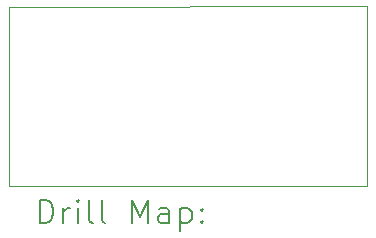
<source format=gbr>
%TF.GenerationSoftware,KiCad,Pcbnew,9.0.6*%
%TF.CreationDate,2025-11-01T16:50:26-04:00*%
%TF.ProjectId,W25Q02JVTBIM_breakout,57323551-3032-44a5-9654-42494d5f6272,rev?*%
%TF.SameCoordinates,Original*%
%TF.FileFunction,Drillmap*%
%TF.FilePolarity,Positive*%
%FSLAX45Y45*%
G04 Gerber Fmt 4.5, Leading zero omitted, Abs format (unit mm)*
G04 Created by KiCad (PCBNEW 9.0.6) date 2025-11-01 16:50:26*
%MOMM*%
%LPD*%
G01*
G04 APERTURE LIST*
%ADD10C,0.050000*%
%ADD11C,0.200000*%
G04 APERTURE END LIST*
D10*
X17025031Y-8620256D02*
X14000000Y-8625000D01*
X17025000Y-10145000D02*
X17025000Y-8620452D01*
X14000000Y-10145000D02*
X17025000Y-10145000D01*
X14000000Y-8625000D02*
X14000000Y-10145000D01*
D11*
X14258277Y-10458984D02*
X14258277Y-10258984D01*
X14258277Y-10258984D02*
X14305896Y-10258984D01*
X14305896Y-10258984D02*
X14334467Y-10268508D01*
X14334467Y-10268508D02*
X14353515Y-10287555D01*
X14353515Y-10287555D02*
X14363039Y-10306603D01*
X14363039Y-10306603D02*
X14372562Y-10344698D01*
X14372562Y-10344698D02*
X14372562Y-10373270D01*
X14372562Y-10373270D02*
X14363039Y-10411365D01*
X14363039Y-10411365D02*
X14353515Y-10430412D01*
X14353515Y-10430412D02*
X14334467Y-10449460D01*
X14334467Y-10449460D02*
X14305896Y-10458984D01*
X14305896Y-10458984D02*
X14258277Y-10458984D01*
X14458277Y-10458984D02*
X14458277Y-10325650D01*
X14458277Y-10363746D02*
X14467801Y-10344698D01*
X14467801Y-10344698D02*
X14477324Y-10335174D01*
X14477324Y-10335174D02*
X14496372Y-10325650D01*
X14496372Y-10325650D02*
X14515420Y-10325650D01*
X14582086Y-10458984D02*
X14582086Y-10325650D01*
X14582086Y-10258984D02*
X14572562Y-10268508D01*
X14572562Y-10268508D02*
X14582086Y-10278031D01*
X14582086Y-10278031D02*
X14591610Y-10268508D01*
X14591610Y-10268508D02*
X14582086Y-10258984D01*
X14582086Y-10258984D02*
X14582086Y-10278031D01*
X14705896Y-10458984D02*
X14686848Y-10449460D01*
X14686848Y-10449460D02*
X14677324Y-10430412D01*
X14677324Y-10430412D02*
X14677324Y-10258984D01*
X14810658Y-10458984D02*
X14791610Y-10449460D01*
X14791610Y-10449460D02*
X14782086Y-10430412D01*
X14782086Y-10430412D02*
X14782086Y-10258984D01*
X15039229Y-10458984D02*
X15039229Y-10258984D01*
X15039229Y-10258984D02*
X15105896Y-10401841D01*
X15105896Y-10401841D02*
X15172562Y-10258984D01*
X15172562Y-10258984D02*
X15172562Y-10458984D01*
X15353515Y-10458984D02*
X15353515Y-10354222D01*
X15353515Y-10354222D02*
X15343991Y-10335174D01*
X15343991Y-10335174D02*
X15324943Y-10325650D01*
X15324943Y-10325650D02*
X15286848Y-10325650D01*
X15286848Y-10325650D02*
X15267801Y-10335174D01*
X15353515Y-10449460D02*
X15334467Y-10458984D01*
X15334467Y-10458984D02*
X15286848Y-10458984D01*
X15286848Y-10458984D02*
X15267801Y-10449460D01*
X15267801Y-10449460D02*
X15258277Y-10430412D01*
X15258277Y-10430412D02*
X15258277Y-10411365D01*
X15258277Y-10411365D02*
X15267801Y-10392317D01*
X15267801Y-10392317D02*
X15286848Y-10382793D01*
X15286848Y-10382793D02*
X15334467Y-10382793D01*
X15334467Y-10382793D02*
X15353515Y-10373270D01*
X15448753Y-10325650D02*
X15448753Y-10525650D01*
X15448753Y-10335174D02*
X15467801Y-10325650D01*
X15467801Y-10325650D02*
X15505896Y-10325650D01*
X15505896Y-10325650D02*
X15524943Y-10335174D01*
X15524943Y-10335174D02*
X15534467Y-10344698D01*
X15534467Y-10344698D02*
X15543991Y-10363746D01*
X15543991Y-10363746D02*
X15543991Y-10420889D01*
X15543991Y-10420889D02*
X15534467Y-10439936D01*
X15534467Y-10439936D02*
X15524943Y-10449460D01*
X15524943Y-10449460D02*
X15505896Y-10458984D01*
X15505896Y-10458984D02*
X15467801Y-10458984D01*
X15467801Y-10458984D02*
X15448753Y-10449460D01*
X15629705Y-10439936D02*
X15639229Y-10449460D01*
X15639229Y-10449460D02*
X15629705Y-10458984D01*
X15629705Y-10458984D02*
X15620182Y-10449460D01*
X15620182Y-10449460D02*
X15629705Y-10439936D01*
X15629705Y-10439936D02*
X15629705Y-10458984D01*
X15629705Y-10335174D02*
X15639229Y-10344698D01*
X15639229Y-10344698D02*
X15629705Y-10354222D01*
X15629705Y-10354222D02*
X15620182Y-10344698D01*
X15620182Y-10344698D02*
X15629705Y-10335174D01*
X15629705Y-10335174D02*
X15629705Y-10354222D01*
M02*

</source>
